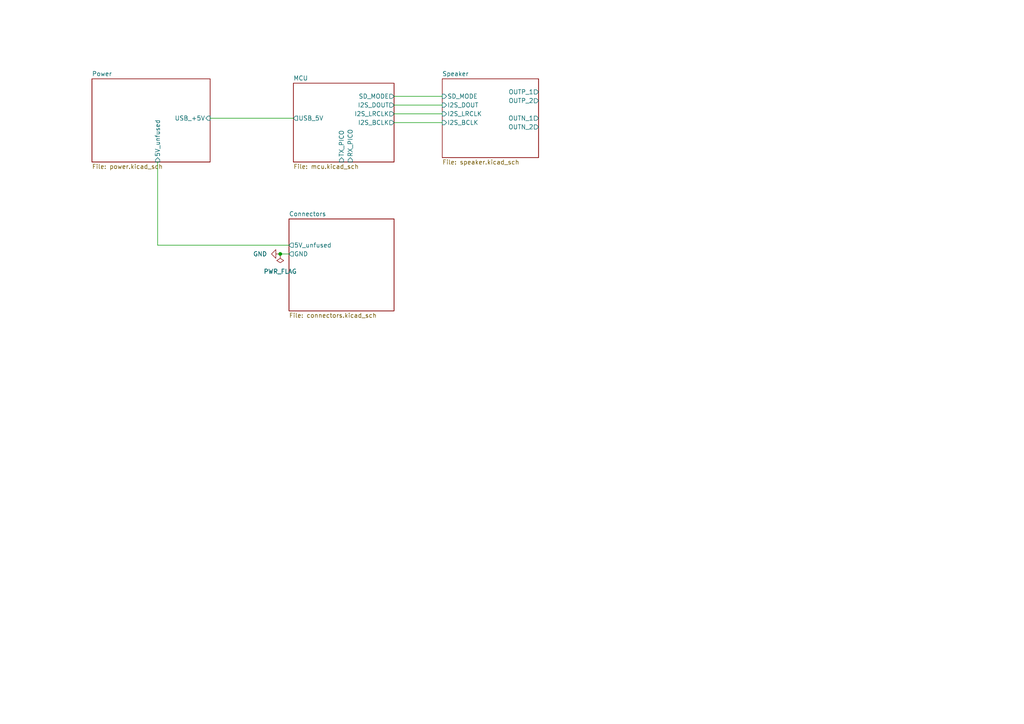
<source format=kicad_sch>
(kicad_sch (version 20250114) (generator "eeschema") (generator_version "9.0")
  (paper "A4")
  (lib_symbols
    (symbol "power:GND" (power) (pin_numbers (hide yes)) (pin_names (offset 0) (hide yes))
      (property "Value" "GND" (at 0 -3.81 0))
      (symbol "GND_0_1"
        (polyline (pts (xy 0 0) (xy 0 -1.27) (xy 1.27 -1.27) (xy 0 -2.54) (xy -1.27 -1.27) (xy 0 -1.27)))
      )
      (symbol "GND_1_1"
        (pin power_in line (at 0 0 270) (length 0) (name "~") (number "1"))
      )
    )
    (symbol "power:PWR_FLAG" (power) (pin_numbers (hide yes)) (pin_names (offset 0) (hide yes))
      (property "Value" "PWR_FLAG" (at 0 3.81 0))
      (symbol "PWR_FLAG_0_0"
        (pin power_out line (at 0 0 90) (length 0) (name "~") (number "1"))
      )
      (symbol "PWR_FLAG_0_1"
        (polyline (pts (xy 0 0) (xy 0 1.27) (xy -1.016 1.905) (xy 0 2.54) (xy 1.016 1.905) (xy 0 1.27)))
      )
    )
  )
  (junction (at 81.28 73.66))
  (wire (pts (xy 83.82 71.12) (xy 45.72 71.12)))
  (wire (pts (xy 45.72 71.12) (xy 45.72 46.99)))
  (wire (pts (xy 114.3 30.48) (xy 128.27 30.48)))
  (wire (pts (xy 114.3 33.02) (xy 128.27 33.02)))
  (wire (pts (xy 81.28 73.66) (xy 83.82 73.66)))
  (wire (pts (xy 114.3 27.94) (xy 128.27 27.94)))
  (wire (pts (xy 114.3 35.56) (xy 128.27 35.56)))
  (wire (pts (xy 60.96 34.29) (xy 85.09 34.29)))
  (symbol (lib_id "power:GND") (at 81.28 73.66 270) (unit 1)
    (property "Reference" "#PWR047" (effects (hide yes)))
    (property "Value" "GND" (at 77.47 73.6599 90) (effects (justify right)))
    (property "Description" "Power symbol creates a global label with name \"GND\" , ground" (effects (hide yes)))
  )
  (symbol (lib_id "power:PWR_FLAG") (at 81.28 73.66 180) (unit 1)
    (property "Reference" "#FLG04" (effects (hide yes)))
    (property "Value" "PWR_FLAG" (at 81.28 78.74 0))
    (property "Description" "Special symbol for telling ERC where power comes from" (effects (hide yes)))
  )
  (sheet (at 26.67 22.86) (size 34.29 24.13) (stroke (width 0.1524))
    (property "Sheetname" "Power" (at 26.67 22.1484 0) (effects (justify left bottom)))
    (property "Sheetfile" "power.kicad_sch" (at 26.67 47.5746 0) (effects (justify left top)))
    (pin "5V_unfused" input (at 45.72 46.99 270))
    (pin "USB_+5V" input (at 60.96 34.29 0))
  )
  (sheet (at 83.82 63.5) (size 30.48 26.67) (stroke (width 0.1524))
    (property "Sheetname" "Connectors" (at 83.82 62.7884 0) (effects (justify left bottom)))
    (property "Sheetfile" "connectors.kicad_sch" (at 83.82 90.7546 0) (effects (justify left top)))
    (pin "GND" output (at 83.82 73.66 180))
    (pin "5V_unfused" output (at 83.82 71.12 180))
  )
  (sheet (at 85.09 24.13) (size 29.21 22.86) (stroke (width 0.1524))
    (property "Sheetname" "MCU" (at 85.09 23.4184 0) (effects (justify left bottom)))
    (property "Sheetfile" "mcu.kicad_sch" (at 85.09 47.5746 0) (effects (justify left top)))
    (pin "SD_MODE" output (at 114.3 27.94 0))
    (pin "RX_PICO" input (at 101.6 46.99 270))
    (pin "USB_5V" output (at 85.09 34.29 180))
    (pin "I2S_DOUT" output (at 114.3 30.48 0))
    (pin "I2S_LRCLK" output (at 114.3 33.02 0))
    (pin "TX_PICO" input (at 99.06 46.99 270))
    (pin "I2S_BCLK" output (at 114.3 35.56 0))
  )
  (sheet (at 128.27 22.86) (size 27.94 22.86) (stroke (width 0.1524))
    (property "Sheetname" "Speaker" (at 128.27 22.1484 0) (effects (justify left bottom)))
    (property "Sheetfile" "speaker.kicad_sch" (at 128.27 46.3046 0) (effects (justify left top)))
    (pin "OUTP_1" output (at 156.21 26.67 0))
    (pin "OUTN_1" output (at 156.21 34.29 0))
    (pin "I2S_LRCLK" input (at 128.27 33.02 180))
    (pin "I2S_BCLK" input (at 128.27 35.56 180))
    (pin "I2S_DOUT" input (at 128.27 30.48 180))
    (pin "OUTP_2" output (at 156.21 29.21 0))
    (pin "OUTN_2" output (at 156.21 36.83 0))
    (pin "SD_MODE" input (at 128.27 27.94 180))
  )
)
</source>
